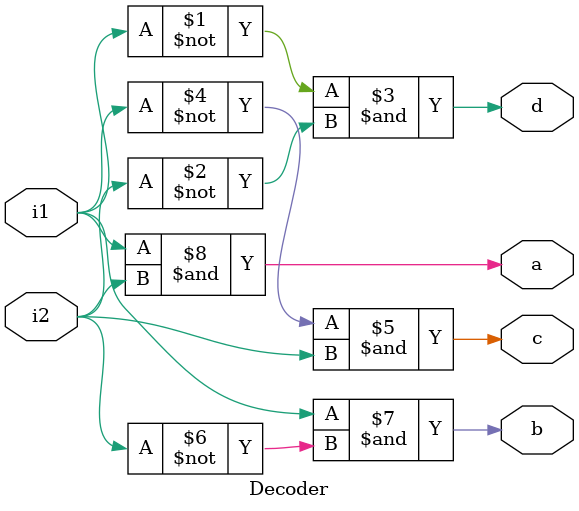
<source format=v>

module Decoder(
	input i1,i2,
	output a,b,c,d);

  assign d=(~i1)&(~i2);
  assign c=(~i1)&(i2);
  assign b=(i1)&(~i2);
  assign a=(i1)&(i2);

endmodule

</source>
